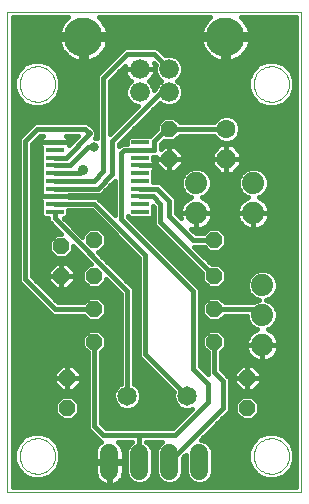
<source format=gtl>
G75*
%MOIN*%
%OFA0B0*%
%FSLAX24Y24*%
%IPPOS*%
%LPD*%
%AMOC8*
5,1,8,0,0,1.08239X$1,22.5*
%
%ADD10C,0.0000*%
%ADD11R,0.0591X0.0157*%
%ADD12C,0.0650*%
%ADD13OC8,0.0520*%
%ADD14C,0.0740*%
%ADD15OC8,0.0630*%
%ADD16C,0.0630*%
%ADD17C,0.0600*%
%ADD18C,0.0660*%
%ADD19C,0.1300*%
%ADD20C,0.0160*%
%ADD21C,0.0356*%
%ADD22C,0.0317*%
D10*
X000280Y000280D02*
X000280Y016280D01*
X010080Y016280D01*
X010080Y000280D01*
X000280Y000280D01*
X000689Y001480D02*
X000691Y001528D01*
X000697Y001576D01*
X000707Y001623D01*
X000720Y001669D01*
X000738Y001714D01*
X000758Y001758D01*
X000783Y001800D01*
X000811Y001839D01*
X000841Y001876D01*
X000875Y001910D01*
X000912Y001942D01*
X000950Y001971D01*
X000991Y001996D01*
X001034Y002018D01*
X001079Y002036D01*
X001125Y002050D01*
X001172Y002061D01*
X001220Y002068D01*
X001268Y002071D01*
X001316Y002070D01*
X001364Y002065D01*
X001412Y002056D01*
X001458Y002044D01*
X001503Y002027D01*
X001547Y002007D01*
X001589Y001984D01*
X001629Y001957D01*
X001667Y001927D01*
X001702Y001894D01*
X001734Y001858D01*
X001764Y001820D01*
X001790Y001779D01*
X001812Y001736D01*
X001832Y001692D01*
X001847Y001647D01*
X001859Y001600D01*
X001867Y001552D01*
X001871Y001504D01*
X001871Y001456D01*
X001867Y001408D01*
X001859Y001360D01*
X001847Y001313D01*
X001832Y001268D01*
X001812Y001224D01*
X001790Y001181D01*
X001764Y001140D01*
X001734Y001102D01*
X001702Y001066D01*
X001667Y001033D01*
X001629Y001003D01*
X001589Y000976D01*
X001547Y000953D01*
X001503Y000933D01*
X001458Y000916D01*
X001412Y000904D01*
X001364Y000895D01*
X001316Y000890D01*
X001268Y000889D01*
X001220Y000892D01*
X001172Y000899D01*
X001125Y000910D01*
X001079Y000924D01*
X001034Y000942D01*
X000991Y000964D01*
X000950Y000989D01*
X000912Y001018D01*
X000875Y001050D01*
X000841Y001084D01*
X000811Y001121D01*
X000783Y001160D01*
X000758Y001202D01*
X000738Y001246D01*
X000720Y001291D01*
X000707Y001337D01*
X000697Y001384D01*
X000691Y001432D01*
X000689Y001480D01*
X000689Y013880D02*
X000691Y013928D01*
X000697Y013976D01*
X000707Y014023D01*
X000720Y014069D01*
X000738Y014114D01*
X000758Y014158D01*
X000783Y014200D01*
X000811Y014239D01*
X000841Y014276D01*
X000875Y014310D01*
X000912Y014342D01*
X000950Y014371D01*
X000991Y014396D01*
X001034Y014418D01*
X001079Y014436D01*
X001125Y014450D01*
X001172Y014461D01*
X001220Y014468D01*
X001268Y014471D01*
X001316Y014470D01*
X001364Y014465D01*
X001412Y014456D01*
X001458Y014444D01*
X001503Y014427D01*
X001547Y014407D01*
X001589Y014384D01*
X001629Y014357D01*
X001667Y014327D01*
X001702Y014294D01*
X001734Y014258D01*
X001764Y014220D01*
X001790Y014179D01*
X001812Y014136D01*
X001832Y014092D01*
X001847Y014047D01*
X001859Y014000D01*
X001867Y013952D01*
X001871Y013904D01*
X001871Y013856D01*
X001867Y013808D01*
X001859Y013760D01*
X001847Y013713D01*
X001832Y013668D01*
X001812Y013624D01*
X001790Y013581D01*
X001764Y013540D01*
X001734Y013502D01*
X001702Y013466D01*
X001667Y013433D01*
X001629Y013403D01*
X001589Y013376D01*
X001547Y013353D01*
X001503Y013333D01*
X001458Y013316D01*
X001412Y013304D01*
X001364Y013295D01*
X001316Y013290D01*
X001268Y013289D01*
X001220Y013292D01*
X001172Y013299D01*
X001125Y013310D01*
X001079Y013324D01*
X001034Y013342D01*
X000991Y013364D01*
X000950Y013389D01*
X000912Y013418D01*
X000875Y013450D01*
X000841Y013484D01*
X000811Y013521D01*
X000783Y013560D01*
X000758Y013602D01*
X000738Y013646D01*
X000720Y013691D01*
X000707Y013737D01*
X000697Y013784D01*
X000691Y013832D01*
X000689Y013880D01*
X008489Y013880D02*
X008491Y013928D01*
X008497Y013976D01*
X008507Y014023D01*
X008520Y014069D01*
X008538Y014114D01*
X008558Y014158D01*
X008583Y014200D01*
X008611Y014239D01*
X008641Y014276D01*
X008675Y014310D01*
X008712Y014342D01*
X008750Y014371D01*
X008791Y014396D01*
X008834Y014418D01*
X008879Y014436D01*
X008925Y014450D01*
X008972Y014461D01*
X009020Y014468D01*
X009068Y014471D01*
X009116Y014470D01*
X009164Y014465D01*
X009212Y014456D01*
X009258Y014444D01*
X009303Y014427D01*
X009347Y014407D01*
X009389Y014384D01*
X009429Y014357D01*
X009467Y014327D01*
X009502Y014294D01*
X009534Y014258D01*
X009564Y014220D01*
X009590Y014179D01*
X009612Y014136D01*
X009632Y014092D01*
X009647Y014047D01*
X009659Y014000D01*
X009667Y013952D01*
X009671Y013904D01*
X009671Y013856D01*
X009667Y013808D01*
X009659Y013760D01*
X009647Y013713D01*
X009632Y013668D01*
X009612Y013624D01*
X009590Y013581D01*
X009564Y013540D01*
X009534Y013502D01*
X009502Y013466D01*
X009467Y013433D01*
X009429Y013403D01*
X009389Y013376D01*
X009347Y013353D01*
X009303Y013333D01*
X009258Y013316D01*
X009212Y013304D01*
X009164Y013295D01*
X009116Y013290D01*
X009068Y013289D01*
X009020Y013292D01*
X008972Y013299D01*
X008925Y013310D01*
X008879Y013324D01*
X008834Y013342D01*
X008791Y013364D01*
X008750Y013389D01*
X008712Y013418D01*
X008675Y013450D01*
X008641Y013484D01*
X008611Y013521D01*
X008583Y013560D01*
X008558Y013602D01*
X008538Y013646D01*
X008520Y013691D01*
X008507Y013737D01*
X008497Y013784D01*
X008491Y013832D01*
X008489Y013880D01*
X008489Y001480D02*
X008491Y001528D01*
X008497Y001576D01*
X008507Y001623D01*
X008520Y001669D01*
X008538Y001714D01*
X008558Y001758D01*
X008583Y001800D01*
X008611Y001839D01*
X008641Y001876D01*
X008675Y001910D01*
X008712Y001942D01*
X008750Y001971D01*
X008791Y001996D01*
X008834Y002018D01*
X008879Y002036D01*
X008925Y002050D01*
X008972Y002061D01*
X009020Y002068D01*
X009068Y002071D01*
X009116Y002070D01*
X009164Y002065D01*
X009212Y002056D01*
X009258Y002044D01*
X009303Y002027D01*
X009347Y002007D01*
X009389Y001984D01*
X009429Y001957D01*
X009467Y001927D01*
X009502Y001894D01*
X009534Y001858D01*
X009564Y001820D01*
X009590Y001779D01*
X009612Y001736D01*
X009632Y001692D01*
X009647Y001647D01*
X009659Y001600D01*
X009667Y001552D01*
X009671Y001504D01*
X009671Y001456D01*
X009667Y001408D01*
X009659Y001360D01*
X009647Y001313D01*
X009632Y001268D01*
X009612Y001224D01*
X009590Y001181D01*
X009564Y001140D01*
X009534Y001102D01*
X009502Y001066D01*
X009467Y001033D01*
X009429Y001003D01*
X009389Y000976D01*
X009347Y000953D01*
X009303Y000933D01*
X009258Y000916D01*
X009212Y000904D01*
X009164Y000895D01*
X009116Y000890D01*
X009068Y000889D01*
X009020Y000892D01*
X008972Y000899D01*
X008925Y000910D01*
X008879Y000924D01*
X008834Y000942D01*
X008791Y000964D01*
X008750Y000989D01*
X008712Y001018D01*
X008675Y001050D01*
X008641Y001084D01*
X008611Y001121D01*
X008583Y001160D01*
X008558Y001202D01*
X008538Y001246D01*
X008520Y001291D01*
X008507Y001337D01*
X008497Y001384D01*
X008491Y001432D01*
X008489Y001480D01*
D11*
X004707Y009628D03*
X004707Y009884D03*
X004707Y010140D03*
X004707Y010396D03*
X004707Y010652D03*
X004707Y010908D03*
X004707Y011164D03*
X004707Y011420D03*
X004707Y011676D03*
X004707Y011932D03*
X001853Y011932D03*
X001853Y011676D03*
X001853Y011420D03*
X001853Y011164D03*
X001853Y010908D03*
X001853Y010652D03*
X001853Y010396D03*
X001853Y010140D03*
X001853Y009884D03*
X001853Y009628D03*
D12*
X004280Y003480D03*
X006280Y003480D03*
D13*
X007180Y005280D03*
X007180Y006380D03*
X007180Y007480D03*
X007180Y008680D03*
X005680Y011380D03*
X005680Y012380D03*
X003180Y008680D03*
X003180Y007480D03*
X003180Y006380D03*
X003180Y005280D03*
X002280Y004080D03*
X002280Y003080D03*
X002080Y007480D03*
X002080Y008480D03*
X008280Y004080D03*
X008280Y003080D03*
D14*
X008780Y005180D03*
X008780Y006180D03*
X008780Y007180D03*
X008480Y009580D03*
X008480Y010580D03*
X006580Y010580D03*
X006580Y009580D03*
D15*
X007580Y011380D03*
D16*
X007580Y012380D03*
D17*
X006680Y001580D02*
X006680Y000980D01*
X005680Y000980D02*
X005680Y001580D01*
X004680Y001580D02*
X004680Y000980D01*
X003680Y000980D02*
X003680Y001580D01*
D18*
X004688Y013600D03*
X004688Y014380D03*
X005672Y014380D03*
X005672Y013600D03*
D19*
X007550Y015450D03*
X002810Y015450D03*
D20*
X002890Y015412D02*
X007470Y015412D01*
X007470Y015370D02*
X006723Y015370D01*
X006734Y015288D01*
X006762Y015183D01*
X006804Y015082D01*
X006858Y014988D01*
X006925Y014902D01*
X007002Y014825D01*
X007088Y014758D01*
X007182Y014704D01*
X007283Y014662D01*
X007388Y014634D01*
X007470Y014623D01*
X007470Y015370D01*
X007470Y015530D01*
X006723Y015530D01*
X006734Y015612D01*
X006762Y015717D01*
X006804Y015818D01*
X006858Y015912D01*
X006925Y015998D01*
X007002Y016075D01*
X007034Y016100D01*
X003326Y016100D01*
X003358Y016075D01*
X003435Y015998D01*
X003502Y015912D01*
X003556Y015818D01*
X003598Y015717D01*
X003626Y015612D01*
X003637Y015530D01*
X002890Y015530D01*
X002890Y015370D01*
X003637Y015370D01*
X003626Y015288D01*
X003598Y015183D01*
X003556Y015082D01*
X003502Y014988D01*
X003435Y014902D01*
X003358Y014825D01*
X003272Y014758D01*
X003178Y014704D01*
X003077Y014662D01*
X002972Y014634D01*
X002890Y014623D01*
X002890Y015370D01*
X002730Y015370D01*
X002730Y014623D01*
X002648Y014634D01*
X002543Y014662D01*
X002442Y014704D01*
X002348Y014758D01*
X002262Y014825D01*
X002185Y014902D01*
X002118Y014988D01*
X002064Y015082D01*
X002022Y015183D01*
X001994Y015288D01*
X001983Y015370D01*
X002730Y015370D01*
X002730Y015530D01*
X001983Y015530D01*
X001994Y015612D01*
X002022Y015717D01*
X002064Y015818D01*
X002118Y015912D01*
X002185Y015998D01*
X002262Y016075D01*
X002294Y016100D01*
X000460Y016100D01*
X000460Y000460D01*
X009900Y000460D01*
X009900Y016100D01*
X008066Y016100D01*
X008098Y016075D01*
X008175Y015998D01*
X008242Y015912D01*
X008296Y015818D01*
X008338Y015717D01*
X008366Y015612D01*
X008377Y015530D01*
X007630Y015530D01*
X007630Y015370D01*
X008377Y015370D01*
X008366Y015288D01*
X008338Y015183D01*
X008296Y015082D01*
X008242Y014988D01*
X008175Y014902D01*
X008098Y014825D01*
X008012Y014758D01*
X007918Y014704D01*
X007817Y014662D01*
X007712Y014634D01*
X007630Y014623D01*
X007630Y015370D01*
X007470Y015370D01*
X007470Y015253D02*
X007630Y015253D01*
X007630Y015095D02*
X007470Y015095D01*
X007470Y014936D02*
X007630Y014936D01*
X007630Y014778D02*
X007470Y014778D01*
X007630Y015412D02*
X009900Y015412D01*
X009900Y015570D02*
X008371Y015570D01*
X008333Y015729D02*
X009900Y015729D01*
X009900Y015887D02*
X008256Y015887D01*
X008128Y016046D02*
X009900Y016046D01*
X009900Y015253D02*
X008357Y015253D01*
X008301Y015095D02*
X009900Y015095D01*
X009900Y014936D02*
X008202Y014936D01*
X008037Y014778D02*
X009900Y014778D01*
X009900Y014619D02*
X009309Y014619D01*
X009233Y014651D02*
X008927Y014651D01*
X008644Y014533D01*
X008427Y014316D01*
X008309Y014033D01*
X008309Y013727D01*
X008427Y013444D01*
X008644Y013227D01*
X008927Y013109D01*
X009233Y013109D01*
X009516Y013227D01*
X009733Y013444D01*
X009851Y013727D01*
X009851Y014033D01*
X009733Y014316D01*
X009516Y014533D01*
X009233Y014651D01*
X009589Y014461D02*
X009900Y014461D01*
X009900Y014302D02*
X009739Y014302D01*
X009805Y014144D02*
X009900Y014144D01*
X009900Y013985D02*
X009851Y013985D01*
X009851Y013827D02*
X009900Y013827D01*
X009900Y013668D02*
X009826Y013668D01*
X009761Y013510D02*
X009900Y013510D01*
X009900Y013351D02*
X009641Y013351D01*
X009434Y013193D02*
X009900Y013193D01*
X009900Y013034D02*
X005145Y013034D01*
X004987Y012876D02*
X009900Y012876D01*
X009900Y012717D02*
X007886Y012717D01*
X007838Y012766D02*
X007966Y012638D01*
X008035Y012471D01*
X008035Y012289D01*
X007966Y012122D01*
X007838Y011994D01*
X007671Y011925D01*
X007489Y011925D01*
X007322Y011994D01*
X007194Y012122D01*
X007179Y012160D01*
X006026Y012160D01*
X005846Y011980D01*
X005514Y011980D01*
X005503Y011992D01*
X005400Y011889D01*
X005400Y011722D01*
X005498Y011820D01*
X005680Y011820D01*
X005680Y011380D01*
X005680Y011380D01*
X006120Y011380D01*
X006120Y011562D01*
X005862Y011820D01*
X005680Y011820D01*
X005680Y011380D01*
X005680Y011380D01*
X006120Y011380D01*
X006120Y011198D01*
X005862Y010940D01*
X005680Y010940D01*
X005680Y011380D01*
X005680Y011380D01*
X005680Y011380D01*
X005240Y011380D01*
X005240Y011456D01*
X005142Y011456D01*
X005142Y011357D01*
X005146Y011353D01*
X005170Y011312D01*
X005182Y011266D01*
X005182Y011164D01*
X004707Y011164D01*
X004707Y011164D01*
X005182Y011164D01*
X005182Y011061D01*
X005170Y011016D01*
X005146Y010975D01*
X005142Y010971D01*
X005142Y010616D01*
X005355Y010616D01*
X005771Y010200D01*
X005900Y010071D01*
X005900Y009571D01*
X006055Y009416D01*
X006044Y009451D01*
X006030Y009537D01*
X006030Y009580D01*
X006580Y009580D01*
X007130Y009580D01*
X007130Y009623D01*
X007116Y009709D01*
X007090Y009791D01*
X007050Y009868D01*
X007000Y009938D01*
X006938Y010000D01*
X006868Y010050D01*
X006791Y010090D01*
X006756Y010101D01*
X006869Y010148D01*
X007012Y010291D01*
X007090Y010479D01*
X007090Y010681D01*
X007012Y010869D01*
X006869Y011012D01*
X006681Y011090D01*
X006479Y011090D01*
X006291Y011012D01*
X006148Y010869D01*
X006070Y010681D01*
X006070Y010479D01*
X006148Y010291D01*
X006291Y010148D01*
X006404Y010101D01*
X006369Y010090D01*
X006292Y010050D01*
X006222Y010000D01*
X006160Y009938D01*
X006110Y009868D01*
X006070Y009791D01*
X006044Y009709D01*
X006030Y009623D01*
X006030Y009580D01*
X006580Y009580D01*
X006580Y009580D01*
X006580Y009580D01*
X007130Y009580D01*
X007130Y009537D01*
X007116Y009451D01*
X007090Y009369D01*
X007050Y009292D01*
X007000Y009222D01*
X006938Y009160D01*
X006868Y009110D01*
X006791Y009070D01*
X006709Y009044D01*
X006623Y009030D01*
X006580Y009030D01*
X006580Y009580D01*
X006580Y009580D01*
X006580Y009030D01*
X006537Y009030D01*
X006451Y009044D01*
X006416Y009055D01*
X006571Y008900D01*
X006834Y008900D01*
X007014Y009080D01*
X007346Y009080D01*
X007580Y008846D01*
X007580Y008514D01*
X007346Y008280D01*
X007014Y008280D01*
X006834Y008460D01*
X006511Y008460D01*
X007091Y007880D01*
X007346Y007880D01*
X007580Y007646D01*
X007580Y007314D01*
X007346Y007080D01*
X007014Y007080D01*
X006780Y007314D01*
X006780Y007569D01*
X005289Y009060D01*
X005289Y009060D01*
X005160Y009189D01*
X005160Y009789D01*
X005142Y009806D01*
X005142Y009492D01*
X005060Y009410D01*
X004354Y009410D01*
X004300Y009464D01*
X004300Y009462D01*
X006700Y007062D01*
X006700Y004471D01*
X006960Y004211D01*
X006960Y004934D01*
X006780Y005114D01*
X006780Y005446D01*
X007014Y005680D01*
X007346Y005680D01*
X007580Y005446D01*
X007580Y005114D01*
X007400Y004934D01*
X007400Y004371D01*
X007571Y004200D01*
X007700Y004071D01*
X007700Y002989D01*
X006731Y002020D01*
X006768Y002020D01*
X006929Y001953D01*
X007053Y001829D01*
X007120Y001668D01*
X007120Y000892D01*
X007053Y000731D01*
X006929Y000607D01*
X006768Y000540D01*
X006592Y000540D01*
X006431Y000607D01*
X006307Y000731D01*
X006240Y000892D01*
X006240Y001529D01*
X006120Y001409D01*
X006120Y000892D01*
X006053Y000731D01*
X005929Y000607D01*
X005768Y000540D01*
X005592Y000540D01*
X005431Y000607D01*
X005307Y000731D01*
X005240Y000892D01*
X005240Y001668D01*
X005307Y001829D01*
X005431Y001953D01*
X005448Y001960D01*
X004912Y001960D01*
X004929Y001953D01*
X005053Y001829D01*
X005120Y001668D01*
X005120Y000892D01*
X005053Y000731D01*
X004929Y000607D01*
X004768Y000540D01*
X004592Y000540D01*
X004431Y000607D01*
X004307Y000731D01*
X004240Y000892D01*
X004240Y001668D01*
X004307Y001829D01*
X004431Y001953D01*
X004448Y001960D01*
X003974Y001960D01*
X003993Y001946D01*
X004046Y001893D01*
X004091Y001832D01*
X004125Y001764D01*
X004148Y001692D01*
X004160Y001618D01*
X004160Y001300D01*
X003700Y001300D01*
X003700Y001260D01*
X004160Y001260D01*
X004160Y000942D01*
X004148Y000868D01*
X004125Y000796D01*
X004091Y000728D01*
X004046Y000667D01*
X003993Y000614D01*
X003932Y000569D01*
X003864Y000535D01*
X003792Y000512D01*
X003718Y000500D01*
X003700Y000500D01*
X003700Y001260D01*
X003660Y001260D01*
X003660Y000500D01*
X003642Y000500D01*
X003568Y000512D01*
X003496Y000535D01*
X003428Y000569D01*
X003367Y000614D01*
X003314Y000667D01*
X003269Y000728D01*
X003235Y000796D01*
X003212Y000868D01*
X003200Y000942D01*
X003200Y001260D01*
X003660Y001260D01*
X003660Y001300D01*
X003200Y001300D01*
X003200Y001618D01*
X003212Y001692D01*
X003235Y001764D01*
X003269Y001832D01*
X003314Y001893D01*
X003367Y001946D01*
X003388Y001961D01*
X002960Y002389D01*
X002960Y004934D01*
X002780Y005114D01*
X002780Y005446D01*
X003014Y005680D01*
X003346Y005680D01*
X003580Y005446D01*
X003580Y005114D01*
X003400Y004934D01*
X003400Y002571D01*
X003571Y002400D01*
X005789Y002400D01*
X006426Y003037D01*
X006372Y003015D01*
X006188Y003015D01*
X006017Y003086D01*
X005886Y003217D01*
X005815Y003388D01*
X005815Y003572D01*
X005833Y003616D01*
X004660Y004789D01*
X004660Y008089D01*
X003085Y009664D01*
X002288Y009664D01*
X002288Y009492D01*
X002206Y009410D01*
X002161Y009410D01*
X002780Y008791D01*
X002780Y008846D01*
X003014Y009080D01*
X003346Y009080D01*
X003580Y008846D01*
X003580Y008514D01*
X003346Y008280D01*
X003291Y008280D01*
X004500Y007071D01*
X004500Y003892D01*
X004543Y003874D01*
X004674Y003743D01*
X004745Y003572D01*
X004745Y003388D01*
X004674Y003217D01*
X004543Y003086D01*
X004372Y003015D01*
X004188Y003015D01*
X004017Y003086D01*
X003886Y003217D01*
X003815Y003388D01*
X003815Y003572D01*
X003886Y003743D01*
X004017Y003874D01*
X004060Y003892D01*
X004060Y006889D01*
X003580Y007369D01*
X003580Y007314D01*
X003346Y007080D01*
X003014Y007080D01*
X002780Y007314D01*
X002780Y007646D01*
X003014Y007880D01*
X003069Y007880D01*
X002480Y008469D01*
X002480Y008314D01*
X002246Y008080D01*
X001914Y008080D01*
X001680Y008314D01*
X001680Y008646D01*
X001914Y008880D01*
X002069Y008880D01*
X001633Y009316D01*
X001633Y009410D01*
X001500Y009410D01*
X001418Y009492D01*
X001418Y009947D01*
X001414Y009951D01*
X001390Y009992D01*
X001378Y010038D01*
X001378Y010140D01*
X001853Y010140D01*
X001853Y010140D01*
X002328Y010140D01*
X002328Y010104D01*
X003267Y010104D01*
X003860Y009511D01*
X003860Y010649D01*
X003387Y010176D01*
X002328Y010176D01*
X002328Y010140D01*
X001853Y010140D01*
X001853Y010140D01*
X001378Y010140D01*
X001378Y010243D01*
X001390Y010288D01*
X001414Y010329D01*
X001418Y010334D01*
X001418Y011738D01*
X001414Y011742D01*
X001390Y011783D01*
X001378Y011829D01*
X001378Y011932D01*
X001853Y011932D01*
X002328Y011932D01*
X002328Y012034D01*
X002316Y012080D01*
X002292Y012121D01*
X002259Y012154D01*
X002249Y012160D01*
X002649Y012160D01*
X002328Y011839D01*
X002328Y011932D01*
X001853Y011932D01*
X001853Y011932D01*
X001853Y011932D01*
X001378Y011932D01*
X001378Y012034D01*
X001390Y012080D01*
X001414Y012121D01*
X001447Y012154D01*
X001457Y012160D01*
X001371Y012160D01*
X001100Y011889D01*
X001100Y007471D01*
X001971Y006600D01*
X002834Y006600D01*
X003014Y006780D01*
X003346Y006780D01*
X003580Y006546D01*
X003580Y006214D01*
X003346Y005980D01*
X003014Y005980D01*
X002834Y006160D01*
X001789Y006160D01*
X000789Y007160D01*
X000789Y007160D01*
X000660Y007289D01*
X000660Y012071D01*
X000789Y012200D01*
X000789Y012200D01*
X001060Y012471D01*
X001060Y012471D01*
X001189Y012600D01*
X002971Y012600D01*
X003121Y012450D01*
X003121Y012450D01*
X003250Y012321D01*
X003250Y012139D01*
X003190Y012078D01*
X003239Y012078D01*
X003260Y012070D01*
X003260Y014171D01*
X004060Y014971D01*
X004189Y015100D01*
X005263Y015100D01*
X005532Y014831D01*
X005579Y014850D01*
X005766Y014850D01*
X005938Y014778D01*
X006071Y014646D01*
X006142Y014473D01*
X006142Y014287D01*
X006071Y014114D01*
X005947Y013990D01*
X006071Y013866D01*
X006142Y013693D01*
X006142Y013507D01*
X006071Y013334D01*
X005938Y013202D01*
X005766Y013130D01*
X005579Y013130D01*
X005406Y013202D01*
X005359Y013248D01*
X004000Y011889D01*
X004000Y011811D01*
X004085Y011896D01*
X004272Y011896D01*
X004272Y012068D01*
X004354Y012150D01*
X005039Y012150D01*
X005280Y012391D01*
X005280Y012546D01*
X005514Y012780D01*
X005846Y012780D01*
X006026Y012600D01*
X007179Y012600D01*
X007194Y012638D01*
X007322Y012766D01*
X007489Y012835D01*
X007671Y012835D01*
X007838Y012766D01*
X007999Y012559D02*
X009900Y012559D01*
X009900Y012400D02*
X008035Y012400D01*
X008015Y012242D02*
X009900Y012242D01*
X009900Y012083D02*
X007926Y012083D01*
X007785Y011875D02*
X007580Y011875D01*
X007580Y011380D01*
X007580Y011380D01*
X008075Y011380D01*
X008075Y011585D01*
X007785Y011875D01*
X007894Y011766D02*
X009900Y011766D01*
X009900Y011608D02*
X008053Y011608D01*
X008075Y011449D02*
X009900Y011449D01*
X009900Y011291D02*
X008075Y011291D01*
X008075Y011380D02*
X007580Y011380D01*
X007580Y011380D01*
X007580Y011380D01*
X007085Y011380D01*
X007085Y011585D01*
X007375Y011875D01*
X007580Y011875D01*
X007580Y011380D01*
X007580Y010885D01*
X007785Y010885D01*
X008075Y011175D01*
X008075Y011380D01*
X008032Y011132D02*
X009900Y011132D01*
X009900Y010974D02*
X008808Y010974D01*
X008769Y011012D02*
X008912Y010869D01*
X008990Y010681D01*
X008990Y010479D01*
X008912Y010291D01*
X008769Y010148D01*
X008656Y010101D01*
X008691Y010090D01*
X008768Y010050D01*
X008838Y010000D01*
X008900Y009938D01*
X008950Y009868D01*
X008990Y009791D01*
X009016Y009709D01*
X009030Y009623D01*
X009030Y009580D01*
X008480Y009580D01*
X008480Y009580D01*
X008480Y009580D01*
X007930Y009580D01*
X007930Y009623D01*
X007944Y009709D01*
X007970Y009791D01*
X008010Y009868D01*
X008060Y009938D01*
X008122Y010000D01*
X008192Y010050D01*
X008269Y010090D01*
X008304Y010101D01*
X008191Y010148D01*
X008048Y010291D01*
X007970Y010479D01*
X007970Y010681D01*
X008048Y010869D01*
X008191Y011012D01*
X008379Y011090D01*
X008581Y011090D01*
X008769Y011012D01*
X008935Y010815D02*
X009900Y010815D01*
X009900Y010657D02*
X008990Y010657D01*
X008990Y010498D02*
X009900Y010498D01*
X009900Y010340D02*
X008932Y010340D01*
X008802Y010181D02*
X009900Y010181D01*
X009900Y010023D02*
X008807Y010023D01*
X008953Y009864D02*
X009900Y009864D01*
X009900Y009706D02*
X009017Y009706D01*
X009030Y009580D02*
X008480Y009580D01*
X008480Y009030D01*
X008523Y009030D01*
X008609Y009044D01*
X008691Y009070D01*
X008768Y009110D01*
X008838Y009160D01*
X008900Y009222D01*
X008950Y009292D01*
X008990Y009369D01*
X009016Y009451D01*
X009030Y009537D01*
X009030Y009580D01*
X009030Y009547D02*
X009900Y009547D01*
X009900Y009389D02*
X008996Y009389D01*
X008906Y009230D02*
X009900Y009230D01*
X009900Y009072D02*
X008694Y009072D01*
X008480Y009072D02*
X008480Y009072D01*
X008480Y009030D02*
X008480Y009580D01*
X008480Y009580D01*
X007930Y009580D01*
X007930Y009537D01*
X007944Y009451D01*
X007970Y009369D01*
X008010Y009292D01*
X008060Y009222D01*
X008122Y009160D01*
X008192Y009110D01*
X008269Y009070D01*
X008351Y009044D01*
X008437Y009030D01*
X008480Y009030D01*
X008480Y009230D02*
X008480Y009230D01*
X008480Y009389D02*
X008480Y009389D01*
X008480Y009547D02*
X008480Y009547D01*
X008266Y009072D02*
X007354Y009072D01*
X007513Y008913D02*
X009900Y008913D01*
X009900Y008755D02*
X007580Y008755D01*
X007580Y008596D02*
X009900Y008596D01*
X009900Y008438D02*
X007503Y008438D01*
X007180Y008680D02*
X006480Y008680D01*
X005680Y009480D01*
X005680Y009980D01*
X005264Y010396D01*
X004707Y010396D01*
X004707Y010140D02*
X005120Y010140D01*
X005380Y009880D01*
X005380Y009280D01*
X007180Y007480D01*
X007435Y007170D02*
X008270Y007170D01*
X008270Y007079D02*
X008348Y006891D01*
X008491Y006748D01*
X008654Y006680D01*
X008491Y006612D01*
X008479Y006600D01*
X007526Y006600D01*
X007346Y006780D01*
X007014Y006780D01*
X006780Y006546D01*
X006780Y006214D01*
X007014Y005980D01*
X007346Y005980D01*
X007526Y006160D01*
X008270Y006160D01*
X008270Y006079D01*
X008348Y005891D01*
X008491Y005748D01*
X008604Y005701D01*
X008569Y005690D01*
X008492Y005650D01*
X008422Y005600D01*
X008360Y005538D01*
X008310Y005468D01*
X008270Y005391D01*
X008244Y005309D01*
X008230Y005223D01*
X008230Y005180D01*
X008780Y005180D01*
X009330Y005180D01*
X009330Y005223D01*
X009316Y005309D01*
X009290Y005391D01*
X009250Y005468D01*
X009200Y005538D01*
X009138Y005600D01*
X009068Y005650D01*
X008991Y005690D01*
X008956Y005701D01*
X009069Y005748D01*
X009212Y005891D01*
X009290Y006079D01*
X009290Y006281D01*
X009212Y006469D01*
X009069Y006612D01*
X008906Y006680D01*
X009069Y006748D01*
X009212Y006891D01*
X009290Y007079D01*
X009290Y007281D01*
X009212Y007469D01*
X009069Y007612D01*
X008881Y007690D01*
X008679Y007690D01*
X008491Y007612D01*
X008348Y007469D01*
X008270Y007281D01*
X008270Y007079D01*
X008298Y007011D02*
X006700Y007011D01*
X006700Y006853D02*
X008386Y006853D01*
X008289Y007328D02*
X007580Y007328D01*
X007580Y007487D02*
X008365Y007487D01*
X008570Y007645D02*
X007580Y007645D01*
X007422Y007804D02*
X009900Y007804D01*
X009900Y007962D02*
X007009Y007962D01*
X006851Y008121D02*
X009900Y008121D01*
X009900Y008279D02*
X006692Y008279D01*
X006534Y008438D02*
X006857Y008438D01*
X006847Y008913D02*
X006558Y008913D01*
X006580Y009072D02*
X006580Y009072D01*
X006580Y009230D02*
X006580Y009230D01*
X006580Y009389D02*
X006580Y009389D01*
X006580Y009547D02*
X006580Y009547D01*
X006794Y009072D02*
X007006Y009072D01*
X007006Y009230D02*
X008054Y009230D01*
X007964Y009389D02*
X007096Y009389D01*
X007130Y009547D02*
X007930Y009547D01*
X007943Y009706D02*
X007117Y009706D01*
X007053Y009864D02*
X008007Y009864D01*
X008153Y010023D02*
X006907Y010023D01*
X006902Y010181D02*
X008158Y010181D01*
X008028Y010340D02*
X007032Y010340D01*
X007090Y010498D02*
X007970Y010498D01*
X007970Y010657D02*
X007090Y010657D01*
X007035Y010815D02*
X008025Y010815D01*
X008152Y010974D02*
X007874Y010974D01*
X007580Y010974D02*
X007580Y010974D01*
X007580Y010885D02*
X007580Y011380D01*
X007580Y011380D01*
X007085Y011380D01*
X007085Y011175D01*
X007375Y010885D01*
X007580Y010885D01*
X007580Y011132D02*
X007580Y011132D01*
X007580Y011291D02*
X007580Y011291D01*
X007580Y011449D02*
X007580Y011449D01*
X007580Y011608D02*
X007580Y011608D01*
X007580Y011766D02*
X007580Y011766D01*
X007266Y011766D02*
X005916Y011766D01*
X006075Y011608D02*
X007107Y011608D01*
X007085Y011449D02*
X006120Y011449D01*
X006120Y011291D02*
X007085Y011291D01*
X007128Y011132D02*
X006054Y011132D01*
X005896Y010974D02*
X006252Y010974D01*
X006125Y010815D02*
X005142Y010815D01*
X005142Y010657D02*
X006070Y010657D01*
X006070Y010498D02*
X005473Y010498D01*
X005632Y010340D02*
X006128Y010340D01*
X006258Y010181D02*
X005790Y010181D01*
X005900Y010023D02*
X006253Y010023D01*
X006107Y009864D02*
X005900Y009864D01*
X005900Y009706D02*
X006043Y009706D01*
X006030Y009547D02*
X005924Y009547D01*
X005594Y008755D02*
X005008Y008755D01*
X005166Y008596D02*
X005753Y008596D01*
X005911Y008438D02*
X005325Y008438D01*
X005483Y008279D02*
X006070Y008279D01*
X006228Y008121D02*
X005642Y008121D01*
X005800Y007962D02*
X006387Y007962D01*
X006545Y007804D02*
X005959Y007804D01*
X006117Y007645D02*
X006704Y007645D01*
X006780Y007487D02*
X006276Y007487D01*
X006434Y007328D02*
X006780Y007328D01*
X006925Y007170D02*
X006593Y007170D01*
X006480Y006971D02*
X004080Y009371D01*
X004080Y011580D01*
X004176Y011676D01*
X004707Y011676D01*
X005176Y011676D01*
X005180Y011680D01*
X005180Y011980D01*
X005580Y012380D01*
X005680Y012380D01*
X007580Y012380D01*
X007274Y012717D02*
X005909Y012717D01*
X005917Y013193D02*
X008726Y013193D01*
X008519Y013351D02*
X006078Y013351D01*
X006142Y013510D02*
X008399Y013510D01*
X008334Y013668D02*
X006142Y013668D01*
X006087Y013827D02*
X008309Y013827D01*
X008309Y013985D02*
X005952Y013985D01*
X006083Y014144D02*
X008355Y014144D01*
X008421Y014302D02*
X006142Y014302D01*
X006142Y014461D02*
X008571Y014461D01*
X008851Y014619D02*
X006082Y014619D01*
X005939Y014778D02*
X007063Y014778D01*
X006898Y014936D02*
X005427Y014936D01*
X005269Y015095D02*
X006799Y015095D01*
X006743Y015253D02*
X003617Y015253D01*
X003561Y015095D02*
X004183Y015095D01*
X004280Y014880D02*
X005172Y014880D01*
X005672Y014380D01*
X005397Y013990D02*
X005274Y013866D01*
X005216Y013727D01*
X005158Y013669D01*
X005158Y013693D01*
X005086Y013866D01*
X004986Y013966D01*
X005020Y013991D01*
X005077Y014048D01*
X005124Y014113D01*
X005161Y014184D01*
X005185Y014261D01*
X005198Y014340D01*
X005198Y014370D01*
X004698Y014370D01*
X004698Y014390D01*
X005198Y014390D01*
X005198Y014420D01*
X005185Y014499D01*
X005161Y014576D01*
X005156Y014585D01*
X005221Y014520D01*
X005202Y014473D01*
X005202Y014287D01*
X005274Y014114D01*
X005397Y013990D01*
X005392Y013985D02*
X005012Y013985D01*
X005103Y013827D02*
X005257Y013827D01*
X005261Y014144D02*
X005140Y014144D01*
X005192Y014302D02*
X005202Y014302D01*
X005191Y014461D02*
X005202Y014461D01*
X004678Y014390D02*
X004678Y014370D01*
X004178Y014370D01*
X004178Y014340D01*
X004190Y014261D01*
X004215Y014184D01*
X004252Y014113D01*
X004299Y014048D01*
X004356Y013991D01*
X004390Y013966D01*
X004289Y013866D01*
X004218Y013693D01*
X004218Y013507D01*
X004289Y013334D01*
X004422Y013202D01*
X004594Y013130D01*
X004619Y013130D01*
X003700Y012211D01*
X003700Y013989D01*
X004187Y014476D01*
X004178Y014420D01*
X004178Y014390D01*
X004678Y014390D01*
X004364Y013985D02*
X003700Y013985D01*
X003700Y013827D02*
X004273Y013827D01*
X004218Y013668D02*
X003700Y013668D01*
X003700Y013510D02*
X004218Y013510D01*
X004282Y013351D02*
X003700Y013351D01*
X003700Y013193D02*
X004443Y013193D01*
X004523Y013034D02*
X003700Y013034D01*
X003700Y012876D02*
X004364Y012876D01*
X004206Y012717D02*
X003700Y012717D01*
X003700Y012559D02*
X004047Y012559D01*
X003889Y012400D02*
X003700Y012400D01*
X003700Y012242D02*
X003730Y012242D01*
X003780Y011980D02*
X005400Y013600D01*
X005672Y013600D01*
X005428Y013193D02*
X005304Y013193D01*
X005451Y012717D02*
X004828Y012717D01*
X004670Y012559D02*
X005293Y012559D01*
X005280Y012400D02*
X004511Y012400D01*
X004353Y012242D02*
X005130Y012242D01*
X005436Y011925D02*
X009900Y011925D01*
X009900Y007645D02*
X008990Y007645D01*
X009195Y007487D02*
X009900Y007487D01*
X009900Y007328D02*
X009271Y007328D01*
X009290Y007170D02*
X009900Y007170D01*
X009900Y007011D02*
X009262Y007011D01*
X009174Y006853D02*
X009900Y006853D01*
X009900Y006694D02*
X008939Y006694D01*
X009146Y006536D02*
X009900Y006536D01*
X009900Y006377D02*
X009250Y006377D01*
X009290Y006219D02*
X009900Y006219D01*
X009900Y006060D02*
X009282Y006060D01*
X009217Y005902D02*
X009900Y005902D01*
X009900Y005743D02*
X009058Y005743D01*
X009153Y005585D02*
X009900Y005585D01*
X009900Y005426D02*
X009272Y005426D01*
X009323Y005268D02*
X009900Y005268D01*
X009900Y005109D02*
X009326Y005109D01*
X009330Y005137D02*
X009330Y005180D01*
X008780Y005180D01*
X008780Y005180D01*
X008780Y005180D01*
X008780Y004630D01*
X008823Y004630D01*
X008909Y004644D01*
X008991Y004670D01*
X009068Y004710D01*
X009138Y004760D01*
X009200Y004822D01*
X009250Y004892D01*
X009290Y004969D01*
X009316Y005051D01*
X009330Y005137D01*
X009280Y004951D02*
X009900Y004951D01*
X009900Y004792D02*
X009170Y004792D01*
X008845Y004634D02*
X009900Y004634D01*
X009900Y004475D02*
X008507Y004475D01*
X008462Y004520D02*
X008280Y004520D01*
X008280Y004080D01*
X008280Y004080D01*
X008720Y004080D01*
X008720Y004262D01*
X008462Y004520D01*
X008569Y004670D02*
X008492Y004710D01*
X008422Y004760D01*
X008360Y004822D01*
X008310Y004892D01*
X008270Y004969D01*
X008244Y005051D01*
X008230Y005137D01*
X008230Y005180D01*
X008780Y005180D01*
X008780Y005180D01*
X008780Y004630D01*
X008737Y004630D01*
X008651Y004644D01*
X008569Y004670D01*
X008715Y004634D02*
X007400Y004634D01*
X007400Y004792D02*
X008390Y004792D01*
X008280Y004951D02*
X007416Y004951D01*
X007575Y005109D02*
X008234Y005109D01*
X008237Y005268D02*
X007580Y005268D01*
X007580Y005426D02*
X008288Y005426D01*
X008407Y005585D02*
X007441Y005585D01*
X007180Y005280D02*
X007180Y004280D01*
X007480Y003980D01*
X007480Y003080D01*
X005680Y001280D01*
X005287Y001781D02*
X005073Y001781D01*
X005120Y001622D02*
X005240Y001622D01*
X005240Y001464D02*
X005120Y001464D01*
X005120Y001305D02*
X005240Y001305D01*
X005240Y001147D02*
X005120Y001147D01*
X005120Y000988D02*
X005240Y000988D01*
X005266Y000830D02*
X005094Y000830D01*
X004993Y000671D02*
X005367Y000671D01*
X005993Y000671D02*
X006367Y000671D01*
X006266Y000830D02*
X006094Y000830D01*
X006120Y000988D02*
X006240Y000988D01*
X006240Y001147D02*
X006120Y001147D01*
X006120Y001305D02*
X006240Y001305D01*
X006240Y001464D02*
X006175Y001464D01*
X005880Y002180D02*
X006980Y003280D01*
X006980Y003880D01*
X006480Y004380D01*
X006480Y006971D01*
X006700Y006694D02*
X006928Y006694D01*
X006780Y006536D02*
X006700Y006536D01*
X006700Y006377D02*
X006780Y006377D01*
X006780Y006219D02*
X006700Y006219D01*
X006700Y006060D02*
X006934Y006060D01*
X006700Y005902D02*
X008343Y005902D01*
X008278Y006060D02*
X007426Y006060D01*
X007180Y006380D02*
X008580Y006380D01*
X008780Y006180D01*
X008502Y005743D02*
X006700Y005743D01*
X006700Y005585D02*
X006919Y005585D01*
X006780Y005426D02*
X006700Y005426D01*
X006700Y005268D02*
X006780Y005268D01*
X006785Y005109D02*
X006700Y005109D01*
X006700Y004951D02*
X006944Y004951D01*
X006960Y004792D02*
X006700Y004792D01*
X006700Y004634D02*
X006960Y004634D01*
X006960Y004475D02*
X006700Y004475D01*
X006855Y004317D02*
X006960Y004317D01*
X007400Y004475D02*
X008053Y004475D01*
X008098Y004520D02*
X007840Y004262D01*
X007840Y004080D01*
X008280Y004080D01*
X008280Y004080D01*
X008280Y004080D01*
X008280Y004520D01*
X008098Y004520D01*
X008280Y004475D02*
X008280Y004475D01*
X008280Y004317D02*
X008280Y004317D01*
X008280Y004158D02*
X008280Y004158D01*
X008280Y004080D02*
X007840Y004080D01*
X007840Y003898D01*
X008098Y003640D01*
X008280Y003640D01*
X008462Y003640D01*
X008720Y003898D01*
X008720Y004080D01*
X008280Y004080D01*
X008280Y003640D01*
X008280Y004080D01*
X008280Y004080D01*
X008280Y004000D02*
X008280Y004000D01*
X008280Y003841D02*
X008280Y003841D01*
X008280Y003683D02*
X008280Y003683D01*
X008114Y003480D02*
X007880Y003246D01*
X007880Y002914D01*
X008114Y002680D01*
X008446Y002680D01*
X008680Y002914D01*
X008680Y003246D01*
X008446Y003480D01*
X008114Y003480D01*
X008000Y003366D02*
X007700Y003366D01*
X007700Y003524D02*
X009900Y003524D01*
X009900Y003366D02*
X008560Y003366D01*
X008680Y003207D02*
X009900Y003207D01*
X009900Y003049D02*
X008680Y003049D01*
X008656Y002890D02*
X009900Y002890D01*
X009900Y002732D02*
X008497Y002732D01*
X008644Y002133D02*
X008427Y001916D01*
X008309Y001633D01*
X008309Y001327D01*
X008427Y001044D01*
X008644Y000827D01*
X008927Y000709D01*
X009233Y000709D01*
X009516Y000827D01*
X009733Y001044D01*
X009851Y001327D01*
X009851Y001633D01*
X009733Y001916D01*
X009516Y002133D01*
X009233Y002251D01*
X008927Y002251D01*
X008644Y002133D01*
X008608Y002098D02*
X006809Y002098D01*
X006943Y001939D02*
X008449Y001939D01*
X008370Y001781D02*
X007073Y001781D01*
X007120Y001622D02*
X008309Y001622D01*
X008309Y001464D02*
X007120Y001464D01*
X007120Y001305D02*
X008318Y001305D01*
X008384Y001147D02*
X007120Y001147D01*
X007120Y000988D02*
X008482Y000988D01*
X008641Y000830D02*
X007094Y000830D01*
X006993Y000671D02*
X009900Y000671D01*
X009900Y000513D02*
X003795Y000513D01*
X003700Y000513D02*
X003660Y000513D01*
X003565Y000513D02*
X000460Y000513D01*
X000460Y000671D02*
X003311Y000671D01*
X003224Y000830D02*
X001719Y000830D01*
X001716Y000827D02*
X001933Y001044D01*
X002051Y001327D01*
X002051Y001633D01*
X001933Y001916D01*
X001716Y002133D01*
X001433Y002251D01*
X001127Y002251D01*
X000844Y002133D01*
X000627Y001916D01*
X000509Y001633D01*
X000509Y001327D01*
X000627Y001044D01*
X000844Y000827D01*
X001127Y000709D01*
X001433Y000709D01*
X001716Y000827D01*
X001878Y000988D02*
X003200Y000988D01*
X003200Y001147D02*
X001976Y001147D01*
X002042Y001305D02*
X003200Y001305D01*
X003200Y001464D02*
X002051Y001464D01*
X002051Y001622D02*
X003201Y001622D01*
X003243Y001781D02*
X001990Y001781D01*
X001911Y001939D02*
X003360Y001939D01*
X003251Y002098D02*
X001752Y002098D01*
X002114Y002680D02*
X001880Y002914D01*
X001880Y003246D01*
X002114Y003480D01*
X002446Y003480D01*
X002680Y003246D01*
X002680Y002914D01*
X002446Y002680D01*
X002114Y002680D01*
X002063Y002732D02*
X000460Y002732D01*
X000460Y002890D02*
X001904Y002890D01*
X001880Y003049D02*
X000460Y003049D01*
X000460Y003207D02*
X001880Y003207D01*
X002000Y003366D02*
X000460Y003366D01*
X000460Y003524D02*
X002960Y003524D01*
X002960Y003366D02*
X002560Y003366D01*
X002680Y003207D02*
X002960Y003207D01*
X002960Y003049D02*
X002680Y003049D01*
X002656Y002890D02*
X002960Y002890D01*
X002960Y002732D02*
X002497Y002732D01*
X002960Y002573D02*
X000460Y002573D01*
X000460Y002415D02*
X002960Y002415D01*
X003093Y002256D02*
X000460Y002256D01*
X000460Y002098D02*
X000808Y002098D01*
X000649Y001939D02*
X000460Y001939D01*
X000460Y001781D02*
X000570Y001781D01*
X000509Y001622D02*
X000460Y001622D01*
X000460Y001464D02*
X000509Y001464D01*
X000518Y001305D02*
X000460Y001305D01*
X000460Y001147D02*
X000584Y001147D01*
X000682Y000988D02*
X000460Y000988D01*
X000460Y000830D02*
X000841Y000830D01*
X000460Y003683D02*
X002055Y003683D01*
X002098Y003640D02*
X001840Y003898D01*
X001840Y004080D01*
X002280Y004080D01*
X002280Y004080D01*
X002280Y004520D01*
X002462Y004520D01*
X002720Y004262D01*
X002720Y004080D01*
X002280Y004080D01*
X002280Y004080D01*
X002280Y004080D01*
X002280Y004520D01*
X002098Y004520D01*
X001840Y004262D01*
X001840Y004080D01*
X002280Y004080D01*
X002720Y004080D01*
X002720Y003898D01*
X002462Y003640D01*
X002280Y003640D01*
X002280Y004080D01*
X002280Y004080D01*
X002280Y003640D01*
X002098Y003640D01*
X002280Y003683D02*
X002280Y003683D01*
X002280Y003841D02*
X002280Y003841D01*
X002280Y004000D02*
X002280Y004000D01*
X002280Y004158D02*
X002280Y004158D01*
X002280Y004317D02*
X002280Y004317D01*
X002280Y004475D02*
X002280Y004475D01*
X002507Y004475D02*
X002960Y004475D01*
X002960Y004317D02*
X002666Y004317D01*
X002720Y004158D02*
X002960Y004158D01*
X002960Y004000D02*
X002720Y004000D01*
X002663Y003841D02*
X002960Y003841D01*
X002960Y003683D02*
X002505Y003683D01*
X002053Y004475D02*
X000460Y004475D01*
X000460Y004317D02*
X001894Y004317D01*
X001840Y004158D02*
X000460Y004158D01*
X000460Y004000D02*
X001840Y004000D01*
X001897Y003841D02*
X000460Y003841D01*
X000460Y004634D02*
X002960Y004634D01*
X002960Y004792D02*
X000460Y004792D01*
X000460Y004951D02*
X002944Y004951D01*
X002785Y005109D02*
X000460Y005109D01*
X000460Y005268D02*
X002780Y005268D01*
X002780Y005426D02*
X000460Y005426D01*
X000460Y005585D02*
X002919Y005585D01*
X003180Y005280D02*
X003180Y002480D01*
X003480Y002180D01*
X004680Y002180D01*
X004680Y001280D01*
X004367Y000671D02*
X004049Y000671D01*
X004136Y000830D02*
X004266Y000830D01*
X004240Y000988D02*
X004160Y000988D01*
X004160Y001147D02*
X004240Y001147D01*
X004240Y001305D02*
X004160Y001305D01*
X004160Y001464D02*
X004240Y001464D01*
X004240Y001622D02*
X004159Y001622D01*
X004117Y001781D02*
X004287Y001781D01*
X004417Y001939D02*
X004000Y001939D01*
X003557Y002415D02*
X005803Y002415D01*
X005962Y002573D02*
X003400Y002573D01*
X003400Y002732D02*
X006120Y002732D01*
X006279Y002890D02*
X003400Y002890D01*
X003400Y003049D02*
X004107Y003049D01*
X003895Y003207D02*
X003400Y003207D01*
X003400Y003366D02*
X003824Y003366D01*
X003815Y003524D02*
X003400Y003524D01*
X003400Y003683D02*
X003861Y003683D01*
X003983Y003841D02*
X003400Y003841D01*
X003400Y004000D02*
X004060Y004000D01*
X004060Y004158D02*
X003400Y004158D01*
X003400Y004317D02*
X004060Y004317D01*
X004060Y004475D02*
X003400Y004475D01*
X003400Y004634D02*
X004060Y004634D01*
X004060Y004792D02*
X003400Y004792D01*
X003416Y004951D02*
X004060Y004951D01*
X004060Y005109D02*
X003575Y005109D01*
X003580Y005268D02*
X004060Y005268D01*
X004060Y005426D02*
X003580Y005426D01*
X003441Y005585D02*
X004060Y005585D01*
X004060Y005743D02*
X000460Y005743D01*
X000460Y005902D02*
X004060Y005902D01*
X004060Y006060D02*
X003426Y006060D01*
X003580Y006219D02*
X004060Y006219D01*
X004060Y006377D02*
X003580Y006377D01*
X003580Y006536D02*
X004060Y006536D01*
X004060Y006694D02*
X003432Y006694D01*
X003435Y007170D02*
X003779Y007170D01*
X003621Y007328D02*
X003580Y007328D01*
X003926Y007645D02*
X004660Y007645D01*
X004660Y007487D02*
X004085Y007487D01*
X004243Y007328D02*
X004660Y007328D01*
X004660Y007170D02*
X004402Y007170D01*
X004500Y007011D02*
X004660Y007011D01*
X004660Y006853D02*
X004500Y006853D01*
X004500Y006694D02*
X004660Y006694D01*
X004660Y006536D02*
X004500Y006536D01*
X004500Y006377D02*
X004660Y006377D01*
X004660Y006219D02*
X004500Y006219D01*
X004500Y006060D02*
X004660Y006060D01*
X004660Y005902D02*
X004500Y005902D01*
X004500Y005743D02*
X004660Y005743D01*
X004660Y005585D02*
X004500Y005585D01*
X004500Y005426D02*
X004660Y005426D01*
X004660Y005268D02*
X004500Y005268D01*
X004500Y005109D02*
X004660Y005109D01*
X004660Y004951D02*
X004500Y004951D01*
X004500Y004792D02*
X004660Y004792D01*
X004815Y004634D02*
X004500Y004634D01*
X004500Y004475D02*
X004974Y004475D01*
X005132Y004317D02*
X004500Y004317D01*
X004500Y004158D02*
X005291Y004158D01*
X005449Y004000D02*
X004500Y004000D01*
X004577Y003841D02*
X005608Y003841D01*
X005766Y003683D02*
X004699Y003683D01*
X004745Y003524D02*
X005815Y003524D01*
X005824Y003366D02*
X004736Y003366D01*
X004665Y003207D02*
X005895Y003207D01*
X006107Y003049D02*
X004453Y003049D01*
X004280Y003480D02*
X004280Y006980D01*
X001853Y009407D01*
X001853Y009628D01*
X001853Y009884D02*
X003176Y009884D01*
X004880Y008180D01*
X004880Y004880D01*
X006280Y003480D01*
X005880Y002180D02*
X004680Y002180D01*
X004943Y001939D02*
X005417Y001939D01*
X006967Y002256D02*
X009900Y002256D01*
X009900Y002098D02*
X009552Y002098D01*
X009711Y001939D02*
X009900Y001939D01*
X009900Y001781D02*
X009790Y001781D01*
X009851Y001622D02*
X009900Y001622D01*
X009900Y001464D02*
X009851Y001464D01*
X009842Y001305D02*
X009900Y001305D01*
X009900Y001147D02*
X009776Y001147D01*
X009678Y000988D02*
X009900Y000988D01*
X009900Y000830D02*
X009519Y000830D01*
X009900Y002415D02*
X007126Y002415D01*
X007284Y002573D02*
X009900Y002573D01*
X009900Y003683D02*
X008505Y003683D01*
X008663Y003841D02*
X009900Y003841D01*
X009900Y004000D02*
X008720Y004000D01*
X008720Y004158D02*
X009900Y004158D01*
X009900Y004317D02*
X008666Y004317D01*
X008780Y004634D02*
X008780Y004634D01*
X008780Y004792D02*
X008780Y004792D01*
X008780Y004951D02*
X008780Y004951D01*
X008780Y005109D02*
X008780Y005109D01*
X007894Y004317D02*
X007455Y004317D01*
X007613Y004158D02*
X007840Y004158D01*
X007840Y004000D02*
X007700Y004000D01*
X007700Y003841D02*
X007897Y003841D01*
X008055Y003683D02*
X007700Y003683D01*
X007700Y003207D02*
X007880Y003207D01*
X007880Y003049D02*
X007700Y003049D01*
X007601Y002890D02*
X007904Y002890D01*
X008063Y002732D02*
X007443Y002732D01*
X007432Y006694D02*
X008621Y006694D01*
X007286Y010974D02*
X006908Y010974D01*
X007234Y012083D02*
X005949Y012083D01*
X005680Y011766D02*
X005680Y011766D01*
X005680Y011608D02*
X005680Y011608D01*
X005680Y011449D02*
X005680Y011449D01*
X005680Y011380D02*
X005240Y011380D01*
X005240Y011198D01*
X005498Y010940D01*
X005680Y010940D01*
X005680Y011380D01*
X005680Y011291D02*
X005680Y011291D01*
X005680Y011132D02*
X005680Y011132D01*
X005680Y010974D02*
X005680Y010974D01*
X005464Y010974D02*
X005145Y010974D01*
X005182Y011132D02*
X005306Y011132D01*
X005240Y011291D02*
X005176Y011291D01*
X005142Y011449D02*
X005240Y011449D01*
X005400Y011766D02*
X005444Y011766D01*
X004272Y011925D02*
X004036Y011925D01*
X004194Y012083D02*
X004287Y012083D01*
X003780Y011980D02*
X003780Y010880D01*
X003296Y010396D01*
X001853Y010396D01*
X001853Y010652D02*
X003152Y010652D01*
X003480Y010980D01*
X003480Y014080D01*
X004280Y014880D01*
X004184Y014461D02*
X004172Y014461D01*
X004184Y014302D02*
X004013Y014302D01*
X003855Y014144D02*
X004236Y014144D01*
X003866Y014778D02*
X003297Y014778D01*
X003462Y014936D02*
X004025Y014936D01*
X003708Y014619D02*
X001509Y014619D01*
X001433Y014651D02*
X001127Y014651D01*
X000844Y014533D01*
X000627Y014316D01*
X000509Y014033D01*
X000509Y013727D01*
X000627Y013444D01*
X000844Y013227D01*
X001127Y013109D01*
X001433Y013109D01*
X001716Y013227D01*
X001933Y013444D01*
X002051Y013727D01*
X002051Y014033D01*
X001933Y014316D01*
X001716Y014533D01*
X001433Y014651D01*
X001051Y014619D02*
X000460Y014619D01*
X000460Y014461D02*
X000771Y014461D01*
X000621Y014302D02*
X000460Y014302D01*
X000460Y014144D02*
X000555Y014144D01*
X000509Y013985D02*
X000460Y013985D01*
X000460Y013827D02*
X000509Y013827D01*
X000534Y013668D02*
X000460Y013668D01*
X000460Y013510D02*
X000599Y013510D01*
X000719Y013351D02*
X000460Y013351D01*
X000460Y013193D02*
X000926Y013193D01*
X001147Y012559D02*
X000460Y012559D01*
X000460Y012717D02*
X003260Y012717D01*
X003260Y012559D02*
X003013Y012559D01*
X003171Y012400D02*
X003260Y012400D01*
X003250Y012242D02*
X003260Y012242D01*
X003260Y012083D02*
X003194Y012083D01*
X003030Y012230D02*
X002880Y012380D01*
X001280Y012380D01*
X000880Y011980D01*
X000880Y007380D01*
X001880Y006380D01*
X003180Y006380D01*
X002928Y006694D02*
X001877Y006694D01*
X001719Y006853D02*
X004060Y006853D01*
X003938Y007011D02*
X001560Y007011D01*
X001640Y007298D02*
X001898Y007040D01*
X002080Y007040D01*
X002262Y007040D01*
X002520Y007298D01*
X002520Y007480D01*
X002520Y007662D01*
X002262Y007920D01*
X002080Y007920D01*
X002080Y007480D01*
X002080Y007480D01*
X002520Y007480D01*
X002080Y007480D01*
X002080Y007480D01*
X002080Y007480D01*
X001640Y007480D01*
X001640Y007662D01*
X001898Y007920D01*
X002080Y007920D01*
X002080Y007480D01*
X002080Y007040D01*
X002080Y007480D01*
X002080Y007480D01*
X001640Y007480D01*
X001640Y007298D01*
X001640Y007328D02*
X001243Y007328D01*
X001100Y007487D02*
X001640Y007487D01*
X001640Y007645D02*
X001100Y007645D01*
X001100Y007804D02*
X001781Y007804D01*
X001874Y008121D02*
X001100Y008121D01*
X001100Y008279D02*
X001715Y008279D01*
X001680Y008438D02*
X001100Y008438D01*
X001100Y008596D02*
X001680Y008596D01*
X001789Y008755D02*
X001100Y008755D01*
X001100Y008913D02*
X002036Y008913D01*
X001877Y009072D02*
X001100Y009072D01*
X001100Y009230D02*
X001719Y009230D01*
X001633Y009389D02*
X001100Y009389D01*
X001100Y009547D02*
X001418Y009547D01*
X001418Y009706D02*
X001100Y009706D01*
X001100Y009864D02*
X001418Y009864D01*
X001382Y010023D02*
X001100Y010023D01*
X001100Y010181D02*
X001378Y010181D01*
X001418Y010340D02*
X001100Y010340D01*
X001100Y010498D02*
X001418Y010498D01*
X001418Y010657D02*
X001100Y010657D01*
X001100Y010815D02*
X001418Y010815D01*
X001418Y010974D02*
X001100Y010974D01*
X001100Y011132D02*
X001418Y011132D01*
X001418Y011291D02*
X001100Y011291D01*
X001100Y011449D02*
X001418Y011449D01*
X001418Y011608D02*
X001100Y011608D01*
X001100Y011766D02*
X001400Y011766D01*
X001378Y011925D02*
X001136Y011925D01*
X001294Y012083D02*
X001392Y012083D01*
X000989Y012400D02*
X000460Y012400D01*
X000460Y012242D02*
X000830Y012242D01*
X000672Y012083D02*
X000460Y012083D01*
X000460Y011925D02*
X000660Y011925D01*
X000660Y011766D02*
X000460Y011766D01*
X000460Y011608D02*
X000660Y011608D01*
X000660Y011449D02*
X000460Y011449D01*
X000460Y011291D02*
X000660Y011291D01*
X000660Y011132D02*
X000460Y011132D01*
X000460Y010974D02*
X000660Y010974D01*
X000660Y010815D02*
X000460Y010815D01*
X000460Y010657D02*
X000660Y010657D01*
X000660Y010498D02*
X000460Y010498D01*
X000460Y010340D02*
X000660Y010340D01*
X000660Y010181D02*
X000460Y010181D01*
X000460Y010023D02*
X000660Y010023D01*
X000660Y009864D02*
X000460Y009864D01*
X000460Y009706D02*
X000660Y009706D01*
X000660Y009547D02*
X000460Y009547D01*
X000460Y009389D02*
X000660Y009389D01*
X000660Y009230D02*
X000460Y009230D01*
X000460Y009072D02*
X000660Y009072D01*
X000660Y008913D02*
X000460Y008913D01*
X000460Y008755D02*
X000660Y008755D01*
X000660Y008596D02*
X000460Y008596D01*
X000460Y008438D02*
X000660Y008438D01*
X000660Y008279D02*
X000460Y008279D01*
X000460Y008121D02*
X000660Y008121D01*
X000660Y007962D02*
X000460Y007962D01*
X000460Y007804D02*
X000660Y007804D01*
X000660Y007645D02*
X000460Y007645D01*
X000460Y007487D02*
X000660Y007487D01*
X000660Y007328D02*
X000460Y007328D01*
X000460Y007170D02*
X000779Y007170D01*
X000938Y007011D02*
X000460Y007011D01*
X000460Y006853D02*
X001096Y006853D01*
X001255Y006694D02*
X000460Y006694D01*
X000460Y006536D02*
X001413Y006536D01*
X001572Y006377D02*
X000460Y006377D01*
X000460Y006219D02*
X001730Y006219D01*
X001768Y007170D02*
X001402Y007170D01*
X001100Y007962D02*
X002987Y007962D01*
X002938Y007804D02*
X002379Y007804D01*
X002286Y008121D02*
X002828Y008121D01*
X002670Y008279D02*
X002445Y008279D01*
X002480Y008438D02*
X002511Y008438D01*
X002658Y008913D02*
X002847Y008913D01*
X003006Y009072D02*
X002500Y009072D01*
X002341Y009230D02*
X003519Y009230D01*
X003677Y009072D02*
X003354Y009072D01*
X003513Y008913D02*
X003836Y008913D01*
X003994Y008755D02*
X003580Y008755D01*
X003580Y008596D02*
X004153Y008596D01*
X004311Y008438D02*
X003503Y008438D01*
X003292Y008279D02*
X004470Y008279D01*
X004628Y008121D02*
X003451Y008121D01*
X003609Y007962D02*
X004660Y007962D01*
X004660Y007804D02*
X003768Y007804D01*
X004532Y009230D02*
X005160Y009230D01*
X005160Y009389D02*
X004374Y009389D01*
X004691Y009072D02*
X005277Y009072D01*
X005436Y008913D02*
X004849Y008913D01*
X005142Y009547D02*
X005160Y009547D01*
X005160Y009706D02*
X005142Y009706D01*
X003860Y009706D02*
X003666Y009706D01*
X003824Y009547D02*
X003860Y009547D01*
X003860Y009864D02*
X003507Y009864D01*
X003349Y010023D02*
X003860Y010023D01*
X003860Y010181D02*
X003392Y010181D01*
X003551Y010340D02*
X003860Y010340D01*
X003860Y010498D02*
X003709Y010498D01*
X003202Y009547D02*
X002288Y009547D01*
X002183Y009389D02*
X003360Y009389D01*
X002708Y010908D02*
X002808Y011008D01*
X002708Y010908D02*
X001853Y010908D01*
X001853Y011164D02*
X002364Y011164D01*
X002980Y011780D01*
X003180Y011780D01*
X003030Y012230D02*
X002220Y011420D01*
X001853Y011420D01*
X002328Y011925D02*
X002413Y011925D01*
X002314Y012083D02*
X002572Y012083D01*
X003260Y012876D02*
X000460Y012876D01*
X000460Y013034D02*
X003260Y013034D01*
X003260Y013193D02*
X001634Y013193D01*
X001841Y013351D02*
X003260Y013351D01*
X003260Y013510D02*
X001961Y013510D01*
X002026Y013668D02*
X003260Y013668D01*
X003260Y013827D02*
X002051Y013827D01*
X002051Y013985D02*
X003260Y013985D01*
X003260Y014144D02*
X002005Y014144D01*
X001939Y014302D02*
X003391Y014302D01*
X003549Y014461D02*
X001789Y014461D01*
X002158Y014936D02*
X000460Y014936D01*
X000460Y014778D02*
X002323Y014778D01*
X002059Y015095D02*
X000460Y015095D01*
X000460Y015253D02*
X002003Y015253D01*
X001989Y015570D02*
X000460Y015570D01*
X000460Y015412D02*
X002730Y015412D01*
X002730Y015253D02*
X002890Y015253D01*
X002890Y015095D02*
X002730Y015095D01*
X002730Y014936D02*
X002890Y014936D01*
X002890Y014778D02*
X002730Y014778D01*
X002104Y015887D02*
X000460Y015887D01*
X000460Y015729D02*
X002027Y015729D01*
X002232Y016046D02*
X000460Y016046D01*
X003388Y016046D02*
X006972Y016046D01*
X006844Y015887D02*
X003516Y015887D01*
X003593Y015729D02*
X006767Y015729D01*
X006729Y015570D02*
X003631Y015570D01*
X002080Y007804D02*
X002080Y007804D01*
X002080Y007645D02*
X002080Y007645D01*
X002080Y007487D02*
X002080Y007487D01*
X002080Y007328D02*
X002080Y007328D01*
X002080Y007170D02*
X002080Y007170D01*
X002392Y007170D02*
X002925Y007170D01*
X002780Y007328D02*
X002520Y007328D01*
X002520Y007487D02*
X002780Y007487D01*
X002780Y007645D02*
X002520Y007645D01*
X002934Y006060D02*
X000460Y006060D01*
X003660Y001147D02*
X003700Y001147D01*
X003700Y000988D02*
X003660Y000988D01*
X003660Y000830D02*
X003700Y000830D01*
X003700Y000671D02*
X003660Y000671D01*
D21*
X002808Y011008D03*
D22*
X003180Y011780D03*
M02*

</source>
